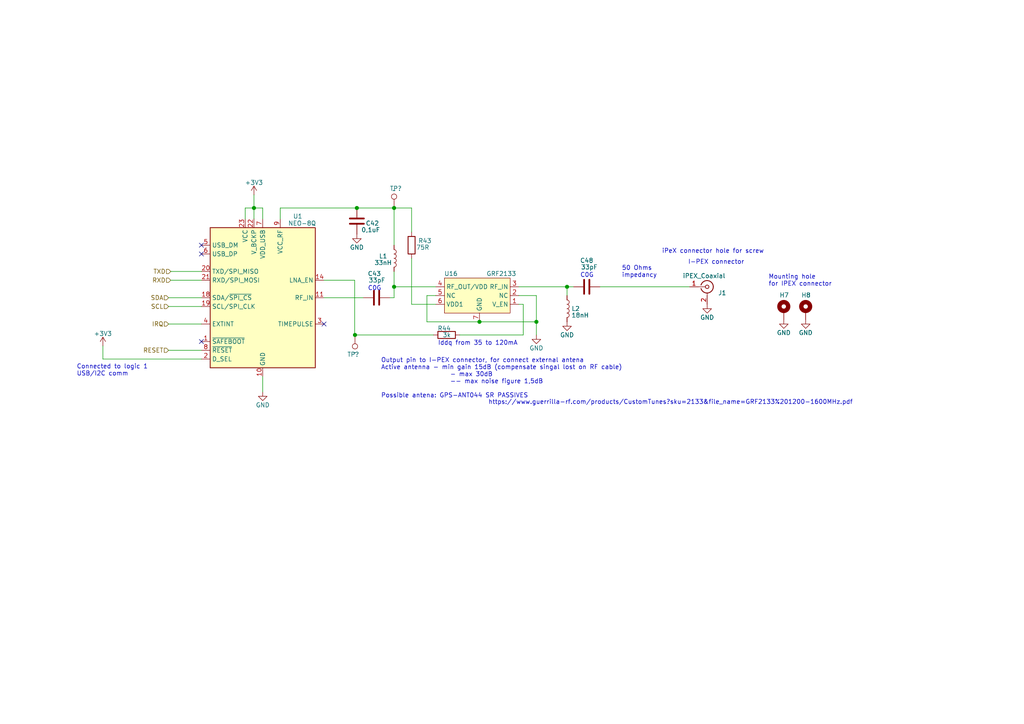
<source format=kicad_sch>
(kicad_sch (version 20210621) (generator eeschema)
  (paper "A4")
  (lib_symbols
    (symbol "Connector:Conn_Coaxial" (pin_names (offset 1.016) hide)
      (property "Reference" "J" (at 0.254 3.048 0))
      (property "Value" "Conn_Coaxial" (at 2.921 0 90))
      (symbol "Conn_Coaxial_0_1"
        (arc (start -1.778 0.508) (end 1.778 0) (radius (at -0.0508 0) (length 1.8034) (angles 163.6 0)) (stroke (width 0.254)))
        (arc (start 1.778 0) (end -1.778 -0.508) (radius (at -0.0254 0) (length 1.8034) (angles 0 -163.8)) (stroke (width 0.254)))
        (circle (center 0 0) (radius 0.508) (stroke (width 0.2032)))
        (polyline (pts (xy -2.54 0) (xy -0.508 0)))
        (polyline (pts (xy 0 -2.54) (xy 0 -1.778)))
      )
      (symbol "Conn_Coaxial_1_1"
        (pin passive line (at -5.08 0 0) (length 2.54) (name "In") (number "1"))
        (pin passive line (at 0 -5.08 90) (length 2.54) (name "Ext") (number "2"))
      )
    )
    (symbol "Connector:TestPoint" (pin_numbers hide) (pin_names (offset 0.762) hide)
      (property "Reference" "TP" (at 0 6.858 0))
      (property "Value" "TestPoint" (at 0 5.08 0))
      (symbol "TestPoint_0_1"
        (circle (center 0 3.302) (radius 0.762))
      )
      (symbol "TestPoint_1_1"
        (pin passive line (at 0 0 90) (length 2.54) (name "1") (number "1"))
      )
    )
    (symbol "Device:C" (pin_numbers hide) (pin_names (offset 0.254))
      (property "Reference" "C" (at 0.635 2.54 0))
      (property "Value" "C" (at 0.635 -2.54 0))
      (symbol "C_0_1"
        (polyline (pts (xy -2.032 -0.762) (xy 2.032 -0.762)) (stroke (width 0.508)))
        (polyline (pts (xy -2.032 0.762) (xy 2.032 0.762)) (stroke (width 0.508)))
      )
      (symbol "C_1_1"
        (pin passive line (at 0 3.81 270) (length 2.794) (name "~") (number "1"))
        (pin passive line (at 0 -3.81 90) (length 2.794) (name "~") (number "2"))
      )
    )
    (symbol "Device:L" (pin_numbers hide) (pin_names (offset 1.016) hide)
      (property "Reference" "L" (at -1.27 0 90))
      (property "Value" "L" (at 1.905 0 90))
      (symbol "L_0_1"
        (arc (start 0 -2.54) (end 0 -1.27) (radius (at 0 -1.905) (length 0.635) (angles -89.9 89.9)))
        (arc (start 0 -1.27) (end 0 0) (radius (at 0 -0.635) (length 0.635) (angles -89.9 89.9)))
        (arc (start 0 0) (end 0 1.27) (radius (at 0 0.635) (length 0.635) (angles -89.9 89.9)))
        (arc (start 0 1.27) (end 0 2.54) (radius (at 0 1.905) (length 0.635) (angles -89.9 89.9)))
      )
      (symbol "L_1_1"
        (pin passive line (at 0 3.81 270) (length 1.27) (name "1") (number "1"))
        (pin passive line (at 0 -3.81 90) (length 1.27) (name "2") (number "2"))
      )
    )
    (symbol "Device:R" (pin_numbers hide) (pin_names (offset 0))
      (property "Reference" "R" (at 2.032 0 90))
      (property "Value" "R" (at 0 0 90))
      (symbol "R_0_1"
        (rectangle (start -1.016 -2.54) (end 1.016 2.54) (stroke (width 0.254)))
      )
      (symbol "R_1_1"
        (pin passive line (at 0 3.81 270) (length 1.27) (name "~") (number "1"))
        (pin passive line (at 0 -3.81 90) (length 1.27) (name "~") (number "2"))
      )
    )
    (symbol "Mechanical:MountingHole_Pad" (pin_numbers hide) (pin_names (offset 1.016) hide)
      (property "Reference" "H" (at 0 6.35 0))
      (property "Value" "MountingHole_Pad" (at 0 4.445 0))
      (symbol "MountingHole_Pad_0_1"
        (circle (center 0 1.27) (radius 1.27) (stroke (width 1.27)))
      )
      (symbol "MountingHole_Pad_1_1"
        (pin input line (at 0 -2.54 90) (length 2.54) (name "1") (number "1"))
      )
    )
    (symbol "RF_GPS:NEO-8Q"
      (property "Reference" "U" (at -13.97 21.59 0))
      (property "Value" "NEO-8Q" (at 11.43 21.59 0))
      (symbol "NEO-8Q_0_1"
        (rectangle (start -15.24 20.32) (end 15.24 -20.32) (stroke (width 0.254)) (fill (type background)))
      )
      (symbol "NEO-8Q_1_1"
        (pin input line (at -17.78 -12.7 0) (length 2.54) (name "~{SAFEBOOT}") (number "1"))
        (pin power_in line (at 0 -22.86 90) (length 2.54) (name "GND") (number "10"))
        (pin input line (at 17.78 0 180) (length 2.54) (name "RF_IN") (number "11"))
        (pin passive line (at 0 -22.86 90) (length 2.54) hide (name "GND") (number "12"))
        (pin passive line (at 0 -22.86 90) (length 2.54) hide (name "GND") (number "13"))
        (pin output line (at 17.78 5.08 180) (length 2.54) (name "LNA_EN") (number "14"))
        (pin no_connect line (at 15.24 -10.16 180) (length 2.54) hide (name "RESERVED") (number "15"))
        (pin no_connect line (at 15.24 -12.7 180) (length 2.54) hide (name "RESERVED") (number "16"))
        (pin no_connect line (at 15.24 -15.24 180) (length 2.54) hide (name "RESERVED") (number "17"))
        (pin bidirectional line (at -17.78 0 0) (length 2.54) (name "SDA/~{SPI_CS}") (number "18"))
        (pin input line (at -17.78 -2.54 0) (length 2.54) (name "SCL/SPI_CLK") (number "19"))
        (pin input line (at -17.78 -17.78 0) (length 2.54) (name "D_SEL") (number "2"))
        (pin output line (at -17.78 7.62 0) (length 2.54) (name "TXD/SPI_MISO") (number "20"))
        (pin input line (at -17.78 5.08 0) (length 2.54) (name "RXD/SPI_MOSI") (number "21"))
        (pin power_in line (at -2.54 22.86 270) (length 2.54) (name "V_BCKP") (number "22"))
        (pin power_in line (at -5.08 22.86 270) (length 2.54) (name "VCC") (number "23"))
        (pin passive line (at 0 -22.86 90) (length 2.54) hide (name "GND") (number "24"))
        (pin output line (at 17.78 -7.62 180) (length 2.54) (name "TIMEPULSE") (number "3"))
        (pin input line (at -17.78 -7.62 0) (length 2.54) (name "EXTINT") (number "4"))
        (pin bidirectional line (at -17.78 15.24 0) (length 2.54) (name "USB_DM") (number "5"))
        (pin bidirectional line (at -17.78 12.7 0) (length 2.54) (name "USB_DP") (number "6"))
        (pin power_in line (at 0 22.86 270) (length 2.54) (name "VDD_USB") (number "7"))
        (pin input line (at -17.78 -15.24 0) (length 2.54) (name "~{RESET}") (number "8"))
        (pin power_out line (at 5.08 22.86 270) (length 2.54) (name "VCC_RF") (number "9"))
      )
    )
    (symbol "comm:GRF2133"
      (property "Reference" "U" (at 0 2.54 0))
      (property "Value" "GRF2133" (at 0 0 0))
      (symbol "GRF2133_0_1"
        (rectangle (start -10.16 -1.27) (end 8.89 -11.43) (stroke (width 0.1524)) (fill (type background)))
      )
      (symbol "GRF2133_1_1"
        (pin input line (at 11.43 -8.89 180) (length 2.54) (name "V_EN") (number "1"))
        (pin input line (at 11.43 -6.35 180) (length 2.54) (name "NC") (number "2"))
        (pin input line (at 11.43 -3.81 180) (length 2.54) (name "RF_IN") (number "3"))
        (pin input line (at -12.7 -3.81 0) (length 2.54) (name "RF_OUT/VDD") (number "4"))
        (pin input line (at -12.7 -6.35 0) (length 2.54) (name "NC") (number "5"))
        (pin input line (at -12.7 -8.89 0) (length 2.54) (name "VDD1") (number "6"))
        (pin input line (at 0 -13.97 90) (length 2.54) (name "GND") (number "7"))
      )
    )
    (symbol "power:+3V3" (power) (pin_names (offset 0))
      (property "Value" "+3V3" (at 0 3.556 0))
      (symbol "+3V3_0_1"
        (polyline (pts (xy -0.762 1.27) (xy 0 2.54)))
        (polyline (pts (xy 0 0) (xy 0 2.54)))
        (polyline (pts (xy 0 2.54) (xy 0.762 1.27)))
      )
      (symbol "+3V3_1_1"
        (pin power_in line (at 0 0 90) (length 0) hide (name "+3V3") (number "1"))
      )
    )
    (symbol "power:GND" (power) (pin_names (offset 0))
      (property "Value" "GND" (at 0 -3.81 0))
      (symbol "GND_0_1"
        (polyline (pts (xy 0 0) (xy 0 -1.27) (xy 1.27 -1.27) (xy 0 -2.54) (xy -1.27 -1.27) (xy 0 -1.27)))
      )
      (symbol "GND_1_1"
        (pin power_in line (at 0 0 270) (length 0) hide (name "GND") (number "1"))
      )
    )
  )
  (junction (at 73.66 60.325) (diameter 1.016))
  (junction (at 102.9601 97.155) (diameter 1.016))
  (junction (at 103.505 60.325) (diameter 1.016))
  (junction (at 114.3 60.325) (diameter 1.016))
  (junction (at 114.3 83.185) (diameter 1.016))
  (junction (at 139.065 93.345) (diameter 1.016))
  (junction (at 155.575 93.345) (diameter 1.016))
  (junction (at 164.465 83.185) (diameter 1.016))
  (no_connect (at 58.42 71.12))
  (no_connect (at 58.42 73.66))
  (no_connect (at 58.42 99.06))
  (no_connect (at 93.98 93.98))
  (wire (pts (xy 29.845 100.33) (xy 29.845 104.14)))
  (wire (pts (xy 29.845 104.14) (xy 58.42 104.14)))
  (wire (pts (xy 48.895 86.36) (xy 58.42 86.36)))
  (wire (pts (xy 48.895 88.9) (xy 58.42 88.9)))
  (wire (pts (xy 48.895 93.98) (xy 58.42 93.98)))
  (wire (pts (xy 48.895 101.6) (xy 58.42 101.6)))
  (wire (pts (xy 49.53 78.74) (xy 58.42 78.74)))
  (wire (pts (xy 49.53 81.28) (xy 58.42 81.28)))
  (wire (pts (xy 71.12 60.325) (xy 73.66 60.325)))
  (wire (pts (xy 71.12 63.5) (xy 71.12 60.325)))
  (wire (pts (xy 73.66 56.515) (xy 73.66 60.325)))
  (wire (pts (xy 73.66 60.325) (xy 73.66 63.5)))
  (wire (pts (xy 76.2 60.325) (xy 73.66 60.325)))
  (wire (pts (xy 76.2 63.5) (xy 76.2 60.325)))
  (wire (pts (xy 76.2 109.22) (xy 76.2 113.665)))
  (wire (pts (xy 81.28 60.325) (xy 103.505 60.325)))
  (wire (pts (xy 81.28 63.5) (xy 81.28 60.325)))
  (wire (pts (xy 93.98 81.28) (xy 102.87 81.28)))
  (wire (pts (xy 93.98 86.36) (xy 105.41 86.36)))
  (wire (pts (xy 102.87 81.28) (xy 102.87 97.155)))
  (wire (pts (xy 102.87 97.155) (xy 102.9601 97.155)))
  (wire (pts (xy 102.9601 97.155) (xy 125.73 97.155)))
  (wire (pts (xy 103.505 60.325) (xy 114.3 60.325)))
  (wire (pts (xy 113.03 86.36) (xy 114.3 86.36)))
  (wire (pts (xy 114.3 60.325) (xy 114.3 71.12)))
  (wire (pts (xy 114.3 60.325) (xy 119.38 60.325)))
  (wire (pts (xy 114.3 78.74) (xy 114.3 83.185)))
  (wire (pts (xy 114.3 83.185) (xy 126.365 83.185)))
  (wire (pts (xy 114.3 86.36) (xy 114.3 83.185)))
  (wire (pts (xy 119.38 67.31) (xy 119.38 60.325)))
  (wire (pts (xy 119.38 74.93) (xy 119.38 88.265)))
  (wire (pts (xy 119.38 88.265) (xy 126.365 88.265)))
  (wire (pts (xy 123.825 85.725) (xy 123.825 93.345)))
  (wire (pts (xy 123.825 93.345) (xy 139.065 93.345)))
  (wire (pts (xy 126.365 85.725) (xy 123.825 85.725)))
  (wire (pts (xy 133.35 97.155) (xy 151.765 97.155)))
  (wire (pts (xy 139.065 93.345) (xy 155.575 93.345)))
  (wire (pts (xy 150.495 83.185) (xy 164.465 83.185)))
  (wire (pts (xy 150.495 85.725) (xy 155.575 85.725)))
  (wire (pts (xy 150.495 88.265) (xy 151.765 88.265)))
  (wire (pts (xy 151.765 88.265) (xy 151.765 97.155)))
  (wire (pts (xy 155.575 85.725) (xy 155.575 93.345)))
  (wire (pts (xy 155.575 93.345) (xy 155.575 97.155)))
  (wire (pts (xy 164.465 83.185) (xy 164.465 85.725)))
  (wire (pts (xy 164.465 83.185) (xy 166.37 83.185)))
  (wire (pts (xy 173.99 83.185) (xy 200.025 83.185)))
  (text "Connected to logic 1 \nUSB/I2C comm\n" (at 22.225 109.22 0) (effects (font (size 1.27 1.27)) (justify left bottom)))
  (text "C0G" (at 106.68 84.455 0) (effects (font (size 1.27 1.27)) (justify left bottom)))
  (text "Output pin to I-PEX connector, for connect external antena\nActive antenna - min gain 15dB (compensate singal lost on RF cable)\n				- max 30dB\n				-- max noise figure 1,5dB\n\nPossible antena: GPS-ANT044 SR PASSIVES\n" (at 110.49 115.57 0) (effects (font (size 1.27 1.27)) (justify left bottom)))
  (text "Iddq from 35 to 120mA" (at 127 100.33 0) (effects (font (size 1.27 1.27)) (justify left bottom)))
  (text "https://www.guerrilla-rf.com/products/CustomTunes?sku=2133&file_name=GRF2133%201200-1600MHz.pdf" (at 141.605 117.475 0) (effects (font (size 1.27 1.27)) (justify left bottom)))
  (text "C0G" (at 168.275 80.645 0) (effects (font (size 1.27 1.27)) (justify left bottom)))
  (text "50 Ohms\nimpedancy\n" (at 180.34 80.645 0) (effects (font (size 1.27 1.27)) (justify left bottom)))
  (text "I-PEX connector\n" (at 215.9 76.835 180) (effects (font (size 1.27 1.27)) (justify right bottom)))
  (text "iPeX connector hole for screw\n" (at 221.615 73.66 180) (effects (font (size 1.27 1.27)) (justify right bottom)))
  (text "Mounting hole\nfor IPEX connector\n" (at 222.885 83.185 0) (effects (font (size 1.27 1.27)) (justify left bottom)))
  (hierarchical_label "SDA" (shape input) (at 48.895 86.36 180))
  (hierarchical_label "SCL" (shape input) (at 48.895 88.9 180))
  (hierarchical_label "IRQ" (shape input) (at 48.895 93.98 180))
  (hierarchical_label "RESET" (shape input) (at 48.895 101.6 180))
  (hierarchical_label "TXD" (shape input) (at 49.53 78.74 180))
  (hierarchical_label "RXD" (shape input) (at 49.53 81.28 180))
  (symbol (lib_id "power:+3V3") (at 29.845 100.33 0) (unit 1)
    (property "Reference" "#PWR0136" (effects hide))
    (property "Value" "+3V3" (at 29.845 96.774 0))
  )
  (symbol (lib_id "power:+3V3") (at 73.66 56.515 0) (unit 1)
    (property "Reference" "#PWR0152" (effects hide))
    (property "Value" "+3V3" (at 73.66 52.959 0))
  )
  (symbol (lib_id "Connector:TestPoint") (at 102.9601 97.155 180) (unit 1)
    (property "Reference" "TP?" (at 104.2301 102.8066 0) (effects (justify left)))
    (property "Value" "~" (at 102.9601 102.235 0))
  )
  (symbol (lib_id "Connector:TestPoint") (at 114.3 60.325 0) (unit 1)
    (property "Reference" "TP?" (at 113.03 54.6734 0) (effects (justify left)))
    (property "Value" "~" (at 114.3 55.245 0))
  )
  (symbol (lib_id "power:GND") (at 76.2 113.665 0) (unit 1)
    (property "Reference" "#PWR0108" (effects hide))
    (property "Value" "GND" (at 76.2 117.475 0))
  )
  (symbol (lib_id "power:GND") (at 103.505 67.945 0) (unit 1)
    (property "Reference" "#PWR0151" (effects hide))
    (property "Value" "GND" (at 103.505 71.755 0))
  )
  (symbol (lib_id "power:GND") (at 155.575 97.155 0) (unit 1)
    (property "Reference" "#PWR0149" (effects hide))
    (property "Value" "GND" (at 155.575 100.965 0))
  )
  (symbol (lib_id "power:GND") (at 164.465 93.345 0) (unit 1)
    (property "Reference" "#PWR0150" (effects hide))
    (property "Value" "GND" (at 164.465 97.155 0))
  )
  (symbol (lib_id "power:GND") (at 205.105 88.265 0) (unit 1)
    (property "Reference" "#PWR0105" (effects hide))
    (property "Value" "GND" (at 205.105 92.075 0))
  )
  (symbol (lib_id "power:GND") (at 227.33 92.71 0) (unit 1)
    (property "Reference" "#PWR08" (effects hide))
    (property "Value" "GND" (at 227.33 96.52 0))
  )
  (symbol (lib_id "power:GND") (at 233.68 92.71 0) (unit 1)
    (property "Reference" "#PWR09" (effects hide))
    (property "Value" "GND" (at 233.68 96.52 0))
  )
  (symbol (lib_id "Device:L") (at 114.3 74.93 0) (unit 1)
    (property "Reference" "L1" (at 111.125 74.295 0))
    (property "Value" "33nH" (at 111.125 76.2 0))
    (property "Footprint" "Inductor_SMD:L_0603_1608Metric" (effects hide))
  )
  (symbol (lib_id "Device:L") (at 164.465 89.535 0) (unit 1)
    (property "Reference" "L2" (at 165.735 89.5349 0) (effects (justify left)))
    (property "Value" "18nH" (at 168.275 91.44 0))
    (property "Footprint" "Inductor_SMD:L_0603_1608Metric" (effects hide))
  )
  (symbol (lib_id "Device:R") (at 119.38 71.12 0) (unit 1)
    (property "Reference" "R43" (at 121.285 69.8499 0) (effects (justify left)))
    (property "Value" "75R" (at 120.65 71.7549 0) (effects (justify left)))
    (property "Footprint" "Resistor_SMD:R_0603_1608Metric" (effects hide))
  )
  (symbol (lib_id "Device:R") (at 129.54 97.155 90) (unit 1)
    (property "Reference" "R44" (at 130.8099 95.25 90) (effects (justify left)))
    (property "Value" "3k" (at 130.8099 97.155 90) (effects (justify left)))
    (property "Footprint" "Resistor_SMD:R_0603_1608Metric" (effects hide))
  )
  (symbol (lib_id "Mechanical:MountingHole_Pad") (at 227.33 90.17 0) (unit 1)
    (property "Reference" "H7" (at 226.06 85.5979 0) (effects (justify left)))
    (property "Value" "MountingHole_Pad" (effects hide))
  )
  (symbol (lib_id "Mechanical:MountingHole_Pad") (at 233.68 90.17 0) (unit 1)
    (property "Reference" "H8" (at 232.41 85.5979 0) (effects (justify left)))
    (property "Value" "MountingHole_Pad" (effects hide))
  )
  (symbol (lib_id "Device:C") (at 103.505 64.135 0) (unit 1)
    (property "Reference" "C42" (at 106.045 64.7699 0) (effects (justify left)))
    (property "Value" "0,1uF" (at 104.775 66.675 0) (effects (justify left)))
    (property "Footprint" "Capacitor_SMD:C_0603_1608Metric" (effects hide))
  )
  (symbol (lib_id "Device:C") (at 109.22 86.36 90) (unit 1)
    (property "Reference" "C43" (at 108.585 79.375 90))
    (property "Value" "33pF" (at 111.76 81.28 90) (effects (justify left)))
    (property "Footprint" "Capacitor_SMD:C_0603_1608Metric" (effects hide))
  )
  (symbol (lib_id "Device:C") (at 170.18 83.185 90) (unit 1)
    (property "Reference" "C48" (at 170.18 75.565 90))
    (property "Value" "33pF" (at 173.355 77.47 90) (effects (justify left)))
    (property "Footprint" "Capacitor_SMD:C_0603_1608Metric" (effects hide))
  )
  (symbol (lib_id "Connector:Conn_Coaxial") (at 205.105 83.185 0) (unit 1)
    (property "Reference" "J1" (at 208.28 84.9504 0) (effects (justify left)))
    (property "Value" "iPEX_Coaxial" (at 204.216 80.01 0))
    (property "Datasheet" " ~" (effects hide))
  )
  (symbol (lib_id "comm:GRF2133") (at 139.065 79.375 0) (unit 1)
    (property "Reference" "U16" (at 130.81 79.375 0))
    (property "Value" "GRF2133" (at 145.415 79.375 0))
    (property "Footprint" "Package_DFN_QFN:DFN-6-1EP_2x2mm_P0.5mm_EP0.6x1.37mm" (effects hide))
  )
  (symbol (lib_id "RF_GPS:NEO-8Q") (at 76.2 86.36 0) (unit 1)
    (property "Reference" "U1" (at 86.36 62.7286 0))
    (property "Value" "NEO-8Q" (at 87.63 64.77 0))
    (property "Footprint" "RF_GPS:ublox_NEO" (effects hide))
    (property "Datasheet" "https://www.u-blox.com/sites/default/files/NEO-8Q_DataSheet_%28UBX-15031913%29.pdf" (effects hide))
  )
)
</source>
